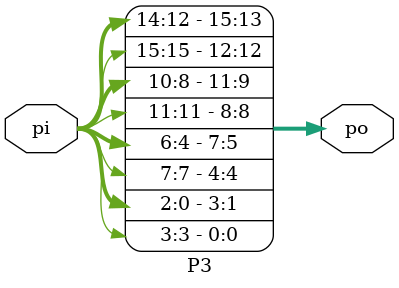
<source format=v>
module P3 (/*AUTOARG*/
   // Outputs
   po,
   // Inputs
   pi
   ) ;
   output [15:0] po;
   input  [15:0] pi;

   assign po[3:0] = {pi[2:0],pi[3]};
   assign po[7:4] = {pi[6:4],pi[7]};
   assign po[11:8] = {pi[10:8],pi[11]};
   assign po[15:12] = {pi[14:12],pi[15]};
   
endmodule // P3

</source>
